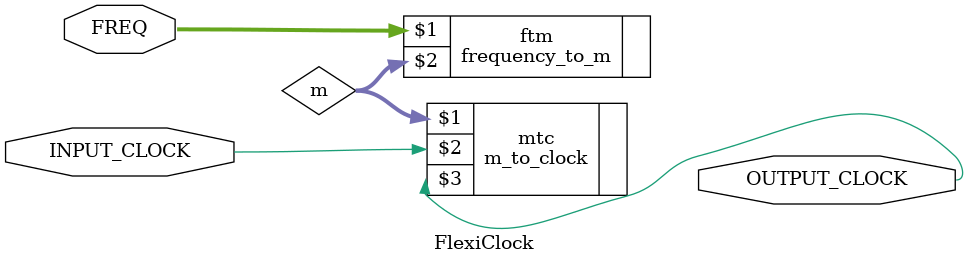
<source format=v>
`timescale 1ns / 1ps


module FlexiClock(
    input [31:0] FREQ,
    input INPUT_CLOCK,
    output OUTPUT_CLOCK
    );
    
    wire [31:0] m;
    
    frequency_to_m ftm (FREQ, m);
    m_to_clock mtc (m, INPUT_CLOCK, OUTPUT_CLOCK);    
    
endmodule

</source>
